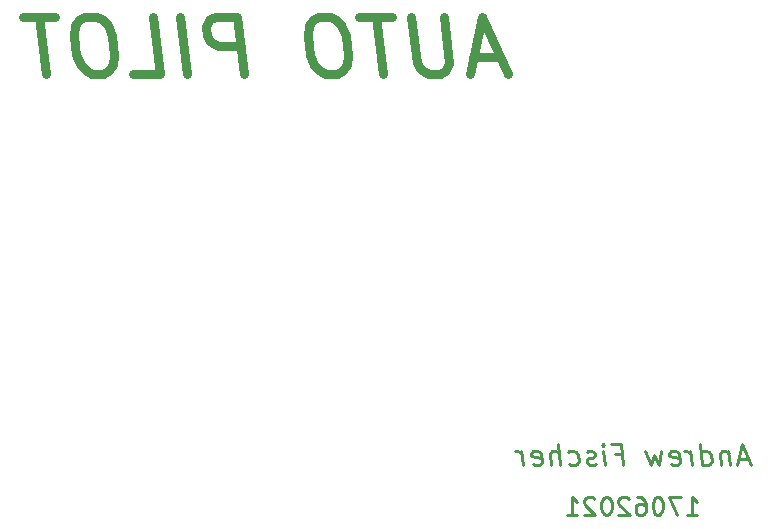
<source format=gbo>
G04 #@! TF.GenerationSoftware,KiCad,Pcbnew,(5.1.9)-1*
G04 #@! TF.CreationDate,2021-06-17T16:54:06+01:00*
G04 #@! TF.ProjectId,AutoPilotBottom,4175746f-5069-46c6-9f74-426f74746f6d,0.3*
G04 #@! TF.SameCoordinates,Original*
G04 #@! TF.FileFunction,Legend,Bot*
G04 #@! TF.FilePolarity,Positive*
%FSLAX46Y46*%
G04 Gerber Fmt 4.6, Leading zero omitted, Abs format (unit mm)*
G04 Created by KiCad (PCBNEW (5.1.9)-1) date 2021-06-17 16:54:06*
%MOMM*%
%LPD*%
G01*
G04 APERTURE LIST*
%ADD10C,0.254000*%
%ADD11C,0.762000*%
%ADD12C,3.200000*%
%ADD13C,6.400000*%
%ADD14C,12.800000*%
G04 APERTURE END LIST*
D10*
X162886571Y-136071428D02*
X163757428Y-136071428D01*
X163322000Y-136071428D02*
X163322000Y-134547428D01*
X163467142Y-134765142D01*
X163612285Y-134910285D01*
X163757428Y-134982857D01*
X162378571Y-134547428D02*
X161362571Y-134547428D01*
X162015714Y-136071428D01*
X160491714Y-134547428D02*
X160346571Y-134547428D01*
X160201428Y-134620000D01*
X160128857Y-134692571D01*
X160056285Y-134837714D01*
X159983714Y-135128000D01*
X159983714Y-135490857D01*
X160056285Y-135781142D01*
X160128857Y-135926285D01*
X160201428Y-135998857D01*
X160346571Y-136071428D01*
X160491714Y-136071428D01*
X160636857Y-135998857D01*
X160709428Y-135926285D01*
X160782000Y-135781142D01*
X160854571Y-135490857D01*
X160854571Y-135128000D01*
X160782000Y-134837714D01*
X160709428Y-134692571D01*
X160636857Y-134620000D01*
X160491714Y-134547428D01*
X158677428Y-134547428D02*
X158967714Y-134547428D01*
X159112857Y-134620000D01*
X159185428Y-134692571D01*
X159330571Y-134910285D01*
X159403142Y-135200571D01*
X159403142Y-135781142D01*
X159330571Y-135926285D01*
X159258000Y-135998857D01*
X159112857Y-136071428D01*
X158822571Y-136071428D01*
X158677428Y-135998857D01*
X158604857Y-135926285D01*
X158532285Y-135781142D01*
X158532285Y-135418285D01*
X158604857Y-135273142D01*
X158677428Y-135200571D01*
X158822571Y-135128000D01*
X159112857Y-135128000D01*
X159258000Y-135200571D01*
X159330571Y-135273142D01*
X159403142Y-135418285D01*
X157951714Y-134692571D02*
X157879142Y-134620000D01*
X157734000Y-134547428D01*
X157371142Y-134547428D01*
X157226000Y-134620000D01*
X157153428Y-134692571D01*
X157080857Y-134837714D01*
X157080857Y-134982857D01*
X157153428Y-135200571D01*
X158024285Y-136071428D01*
X157080857Y-136071428D01*
X156137428Y-134547428D02*
X155992285Y-134547428D01*
X155847142Y-134620000D01*
X155774571Y-134692571D01*
X155702000Y-134837714D01*
X155629428Y-135128000D01*
X155629428Y-135490857D01*
X155702000Y-135781142D01*
X155774571Y-135926285D01*
X155847142Y-135998857D01*
X155992285Y-136071428D01*
X156137428Y-136071428D01*
X156282571Y-135998857D01*
X156355142Y-135926285D01*
X156427714Y-135781142D01*
X156500285Y-135490857D01*
X156500285Y-135128000D01*
X156427714Y-134837714D01*
X156355142Y-134692571D01*
X156282571Y-134620000D01*
X156137428Y-134547428D01*
X155048857Y-134692571D02*
X154976285Y-134620000D01*
X154831142Y-134547428D01*
X154468285Y-134547428D01*
X154323142Y-134620000D01*
X154250571Y-134692571D01*
X154178000Y-134837714D01*
X154178000Y-134982857D01*
X154250571Y-135200571D01*
X155121428Y-136071428D01*
X154178000Y-136071428D01*
X152726571Y-136071428D02*
X153597428Y-136071428D01*
X153162000Y-136071428D02*
X153162000Y-134547428D01*
X153307142Y-134765142D01*
X153452285Y-134910285D01*
X153597428Y-134982857D01*
X168091908Y-131360333D02*
X167245241Y-131360333D01*
X168324741Y-131868333D02*
X167509825Y-130090333D01*
X167139408Y-131868333D01*
X166398575Y-130683000D02*
X166546741Y-131868333D01*
X166419741Y-130852333D02*
X166324491Y-130767666D01*
X166144575Y-130683000D01*
X165890575Y-130683000D01*
X165731825Y-130767666D01*
X165668325Y-130937000D01*
X165784741Y-131868333D01*
X164176075Y-131868333D02*
X163953825Y-130090333D01*
X164165491Y-131783666D02*
X164345408Y-131868333D01*
X164684075Y-131868333D01*
X164842825Y-131783666D01*
X164916908Y-131699000D01*
X164980408Y-131529666D01*
X164916908Y-131021666D01*
X164811075Y-130852333D01*
X164715825Y-130767666D01*
X164535908Y-130683000D01*
X164197241Y-130683000D01*
X164038491Y-130767666D01*
X163329408Y-131868333D02*
X163181241Y-130683000D01*
X163223575Y-131021666D02*
X163117741Y-130852333D01*
X163022491Y-130767666D01*
X162842575Y-130683000D01*
X162673241Y-130683000D01*
X161540825Y-131783666D02*
X161720741Y-131868333D01*
X162059408Y-131868333D01*
X162218158Y-131783666D01*
X162281658Y-131614333D01*
X162196991Y-130937000D01*
X162091158Y-130767666D01*
X161911241Y-130683000D01*
X161572575Y-130683000D01*
X161413825Y-130767666D01*
X161350325Y-130937000D01*
X161371491Y-131106333D01*
X162239325Y-131275666D01*
X160725908Y-130683000D02*
X160535408Y-131868333D01*
X160090908Y-131021666D01*
X159858075Y-131868333D01*
X159371241Y-130683000D01*
X156778325Y-130937000D02*
X157370991Y-130937000D01*
X157487408Y-131868333D02*
X157265158Y-130090333D01*
X156418491Y-130090333D01*
X155963408Y-131868333D02*
X155815241Y-130683000D01*
X155741158Y-130090333D02*
X155836408Y-130175000D01*
X155762325Y-130259666D01*
X155667075Y-130175000D01*
X155741158Y-130090333D01*
X155762325Y-130259666D01*
X155190825Y-131783666D02*
X155032075Y-131868333D01*
X154693408Y-131868333D01*
X154513491Y-131783666D01*
X154407658Y-131614333D01*
X154397075Y-131529666D01*
X154460575Y-131360333D01*
X154619325Y-131275666D01*
X154873325Y-131275666D01*
X155032075Y-131191000D01*
X155095575Y-131021666D01*
X155084991Y-130937000D01*
X154979158Y-130767666D01*
X154799241Y-130683000D01*
X154545241Y-130683000D01*
X154386491Y-130767666D01*
X152904825Y-131783666D02*
X153084741Y-131868333D01*
X153423408Y-131868333D01*
X153582158Y-131783666D01*
X153656241Y-131699000D01*
X153719741Y-131529666D01*
X153656241Y-131021666D01*
X153550408Y-130852333D01*
X153455158Y-130767666D01*
X153275241Y-130683000D01*
X152936575Y-130683000D01*
X152777825Y-130767666D01*
X152153408Y-131868333D02*
X151931158Y-130090333D01*
X151391408Y-131868333D02*
X151274991Y-130937000D01*
X151338491Y-130767666D01*
X151497241Y-130683000D01*
X151751241Y-130683000D01*
X151931158Y-130767666D01*
X152026408Y-130852333D01*
X149856825Y-131783666D02*
X150036741Y-131868333D01*
X150375408Y-131868333D01*
X150534158Y-131783666D01*
X150597658Y-131614333D01*
X150512991Y-130937000D01*
X150407158Y-130767666D01*
X150227241Y-130683000D01*
X149888575Y-130683000D01*
X149729825Y-130767666D01*
X149666325Y-130937000D01*
X149687491Y-131106333D01*
X150555325Y-131275666D01*
X149020741Y-131868333D02*
X148872575Y-130683000D01*
X148914908Y-131021666D02*
X148809075Y-130852333D01*
X148713825Y-130767666D01*
X148533908Y-130683000D01*
X148364575Y-130683000D01*
D11*
X147076885Y-97324333D02*
X144778790Y-97324333D01*
X147708861Y-98703190D02*
X145496945Y-93877190D01*
X144491528Y-98703190D01*
X142279611Y-93877190D02*
X142767957Y-97783952D01*
X142595600Y-98243571D01*
X142394516Y-98473380D01*
X141963623Y-98703190D01*
X141044385Y-98703190D01*
X140556040Y-98473380D01*
X140297504Y-98243571D01*
X140010242Y-97783952D01*
X139521897Y-93877190D01*
X137913230Y-93877190D02*
X135155516Y-93877190D01*
X137137623Y-98703190D02*
X136534373Y-93877190D01*
X132627611Y-93877190D02*
X131708373Y-93877190D01*
X131277480Y-94107000D01*
X130875314Y-94566619D01*
X130760409Y-95485857D01*
X130961492Y-97094523D01*
X131306207Y-98013761D01*
X131823278Y-98473380D01*
X132311623Y-98703190D01*
X133230861Y-98703190D01*
X133661754Y-98473380D01*
X134063921Y-98013761D01*
X134178826Y-97094523D01*
X133977742Y-95485857D01*
X133633028Y-94566619D01*
X133115957Y-94107000D01*
X132627611Y-93877190D01*
X125417338Y-98703190D02*
X124814088Y-93877190D01*
X122975611Y-93877190D01*
X122544719Y-94107000D01*
X122343635Y-94336809D01*
X122171278Y-94796428D01*
X122257457Y-95485857D01*
X122544719Y-95945476D01*
X122803254Y-96175285D01*
X123291600Y-96405095D01*
X125130076Y-96405095D01*
X120591338Y-98703190D02*
X119988088Y-93877190D01*
X115995147Y-98703190D02*
X118293242Y-98703190D01*
X117689992Y-93877190D01*
X112863992Y-93877190D02*
X111944754Y-93877190D01*
X111513861Y-94107000D01*
X111111695Y-94566619D01*
X110996790Y-95485857D01*
X111197873Y-97094523D01*
X111542588Y-98013761D01*
X112059659Y-98473380D01*
X112548004Y-98703190D01*
X113467242Y-98703190D01*
X113898135Y-98473380D01*
X114300302Y-98013761D01*
X114415207Y-97094523D01*
X114214123Y-95485857D01*
X113869409Y-94566619D01*
X113352338Y-94107000D01*
X112863992Y-93877190D01*
X109416850Y-93877190D02*
X106659135Y-93877190D01*
X108641242Y-98703190D02*
X108037992Y-93877190D01*
%LPC*%
D12*
X164338000Y-147828000D03*
D13*
X84836000Y-93726000D03*
D14*
X90932000Y-71120000D03*
X161036000Y-71120000D03*
D13*
X81280000Y-147828000D03*
X118618000Y-75692000D03*
X118618000Y-114554000D03*
X121920000Y-56388000D03*
X172466000Y-58166000D03*
X172466000Y-114554000D03*
M02*

</source>
